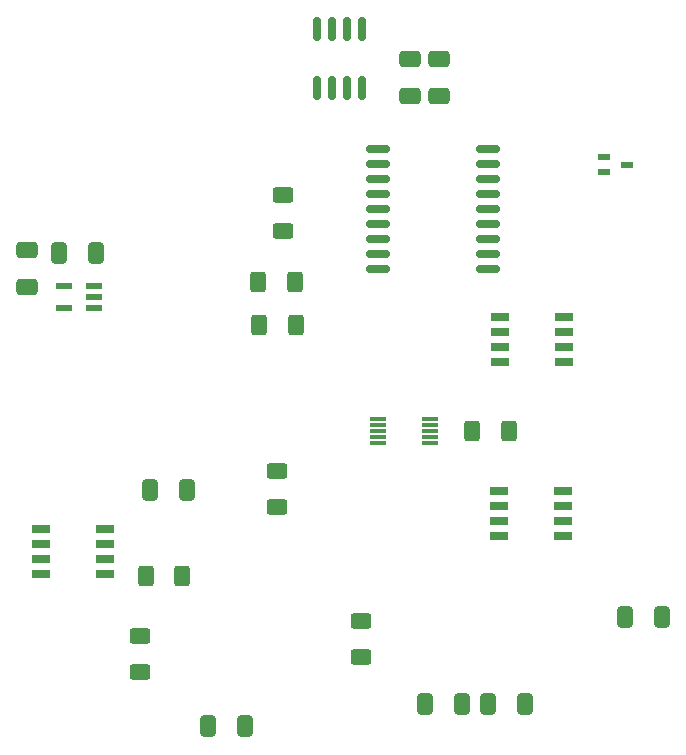
<source format=gbr>
%TF.GenerationSoftware,KiCad,Pcbnew,8.0.1-rc1*%
%TF.CreationDate,2024-11-22T07:55:53-08:00*%
%TF.ProjectId,AMS - CANBus Sensor - Vacuum,414d5320-2d20-4434-914e-427573205365,rev?*%
%TF.SameCoordinates,Original*%
%TF.FileFunction,Paste,Bot*%
%TF.FilePolarity,Positive*%
%FSLAX46Y46*%
G04 Gerber Fmt 4.6, Leading zero omitted, Abs format (unit mm)*
G04 Created by KiCad (PCBNEW 8.0.1-rc1) date 2024-11-22 07:55:53*
%MOMM*%
%LPD*%
G01*
G04 APERTURE LIST*
G04 Aperture macros list*
%AMRoundRect*
0 Rectangle with rounded corners*
0 $1 Rounding radius*
0 $2 $3 $4 $5 $6 $7 $8 $9 X,Y pos of 4 corners*
0 Add a 4 corners polygon primitive as box body*
4,1,4,$2,$3,$4,$5,$6,$7,$8,$9,$2,$3,0*
0 Add four circle primitives for the rounded corners*
1,1,$1+$1,$2,$3*
1,1,$1+$1,$4,$5*
1,1,$1+$1,$6,$7*
1,1,$1+$1,$8,$9*
0 Add four rect primitives between the rounded corners*
20,1,$1+$1,$2,$3,$4,$5,0*
20,1,$1+$1,$4,$5,$6,$7,0*
20,1,$1+$1,$6,$7,$8,$9,0*
20,1,$1+$1,$8,$9,$2,$3,0*%
G04 Aperture macros list end*
%ADD10RoundRect,0.250000X0.400000X0.625000X-0.400000X0.625000X-0.400000X-0.625000X0.400000X-0.625000X0*%
%ADD11R,1.528000X0.650000*%
%ADD12R,1.400000X0.300000*%
%ADD13R,1.400000X0.600000*%
%ADD14R,1.000000X0.550000*%
%ADD15RoundRect,0.250000X0.412500X0.650000X-0.412500X0.650000X-0.412500X-0.650000X0.412500X-0.650000X0*%
%ADD16RoundRect,0.250000X0.650000X-0.412500X0.650000X0.412500X-0.650000X0.412500X-0.650000X-0.412500X0*%
%ADD17RoundRect,0.250000X-0.412500X-0.650000X0.412500X-0.650000X0.412500X0.650000X-0.412500X0.650000X0*%
%ADD18RoundRect,0.150000X-0.150000X0.825000X-0.150000X-0.825000X0.150000X-0.825000X0.150000X0.825000X0*%
%ADD19RoundRect,0.250000X-0.625000X0.400000X-0.625000X-0.400000X0.625000X-0.400000X0.625000X0.400000X0*%
%ADD20RoundRect,0.150000X0.875000X0.150000X-0.875000X0.150000X-0.875000X-0.150000X0.875000X-0.150000X0*%
%ADD21RoundRect,0.250000X-0.400000X-0.625000X0.400000X-0.625000X0.400000X0.625000X-0.400000X0.625000X0*%
%ADD22RoundRect,0.250000X-0.650000X0.412500X-0.650000X-0.412500X0.650000X-0.412500X0.650000X0.412500X0*%
G04 APERTURE END LIST*
D10*
%TO.C,R9*%
X130559200Y-104767900D03*
X127459200Y-104767900D03*
%TD*%
D11*
%TO.C,IC9*%
X162810900Y-97562200D03*
X162810900Y-98832200D03*
X162810900Y-100102200D03*
X162810900Y-101372200D03*
X157388900Y-101372200D03*
X157388900Y-100102200D03*
X157388900Y-98832200D03*
X157388900Y-97562200D03*
%TD*%
%TO.C,IC8*%
X162840700Y-82794100D03*
X162840700Y-84064100D03*
X162840700Y-85334100D03*
X162840700Y-86604100D03*
X157418700Y-86604100D03*
X157418700Y-85334100D03*
X157418700Y-84064100D03*
X157418700Y-82794100D03*
%TD*%
D12*
%TO.C,IC3*%
X151556800Y-91502700D03*
X151556800Y-92002700D03*
X151556800Y-92502700D03*
X151556800Y-93002700D03*
X151556800Y-93502700D03*
X147156800Y-93502700D03*
X147156800Y-93002700D03*
X147156800Y-92502700D03*
X147156800Y-92002700D03*
X147156800Y-91502700D03*
%TD*%
D13*
%TO.C,IC2*%
X123047500Y-80184900D03*
X123047500Y-81134900D03*
X123047500Y-82084900D03*
X120547500Y-82084900D03*
X120547500Y-80184900D03*
%TD*%
D14*
%TO.C,D1*%
X166260202Y-70579772D03*
X166260202Y-69279772D03*
X168160202Y-69929772D03*
%TD*%
D15*
%TO.C,C11*%
X130974964Y-97474229D03*
X127849964Y-97474229D03*
%TD*%
D16*
%TO.C,C9*%
X117397143Y-80327871D03*
X117397143Y-77202871D03*
%TD*%
D15*
%TO.C,C8*%
X123268036Y-77433007D03*
X120143036Y-77433007D03*
%TD*%
D17*
%TO.C,C2*%
X151071100Y-115585900D03*
X154196100Y-115585900D03*
%TD*%
D18*
%TO.C,U4*%
X141995000Y-58462300D03*
X143265000Y-58462300D03*
X144535000Y-58462300D03*
X145805000Y-58462300D03*
X145805000Y-63412300D03*
X144535000Y-63412300D03*
X143265000Y-63412300D03*
X141995000Y-63412300D03*
%TD*%
D19*
%TO.C,R1*%
X139114500Y-72473500D03*
X139114500Y-75573500D03*
%TD*%
%TO.C,R4*%
X126958000Y-109832000D03*
X126958000Y-112932000D03*
%TD*%
D15*
%TO.C,C4*%
X159573600Y-115561000D03*
X156448600Y-115561000D03*
%TD*%
D20*
%TO.C,U3*%
X156456400Y-68595700D03*
X156456400Y-69865700D03*
X156456400Y-71135700D03*
X156456400Y-72405700D03*
X156456400Y-73675700D03*
X156456400Y-74945700D03*
X156456400Y-76215700D03*
X156456400Y-77485700D03*
X156456400Y-78755700D03*
X147156400Y-78755700D03*
X147156400Y-77485700D03*
X147156400Y-76215700D03*
X147156400Y-74945700D03*
X147156400Y-73675700D03*
X147156400Y-72405700D03*
X147156400Y-71135700D03*
X147156400Y-69865700D03*
X147156400Y-68595700D03*
%TD*%
D19*
%TO.C,R3*%
X145644300Y-108538900D03*
X145644300Y-111638900D03*
%TD*%
D15*
%TO.C,C1*%
X135877700Y-117497000D03*
X132752700Y-117497000D03*
%TD*%
D21*
%TO.C,R13*%
X136988900Y-79844800D03*
X140088900Y-79844800D03*
%TD*%
D19*
%TO.C,R2*%
X138549100Y-95855800D03*
X138549100Y-98955800D03*
%TD*%
D15*
%TO.C,C10*%
X171147100Y-108263700D03*
X168022100Y-108263700D03*
%TD*%
D10*
%TO.C,R8*%
X158166800Y-92464600D03*
X155066800Y-92464600D03*
%TD*%
D21*
%TO.C,R12*%
X137056100Y-83516600D03*
X140156100Y-83516600D03*
%TD*%
D22*
%TO.C,C7*%
X152271300Y-60976900D03*
X152271300Y-64101900D03*
%TD*%
%TO.C,C6*%
X149801400Y-60980600D03*
X149801400Y-64105600D03*
%TD*%
D11*
%TO.C,IC1*%
X123989900Y-100817100D03*
X123989900Y-102087100D03*
X123989900Y-103357100D03*
X123989900Y-104627100D03*
X118567900Y-104627100D03*
X118567900Y-103357100D03*
X118567900Y-102087100D03*
X118567900Y-100817100D03*
%TD*%
M02*

</source>
